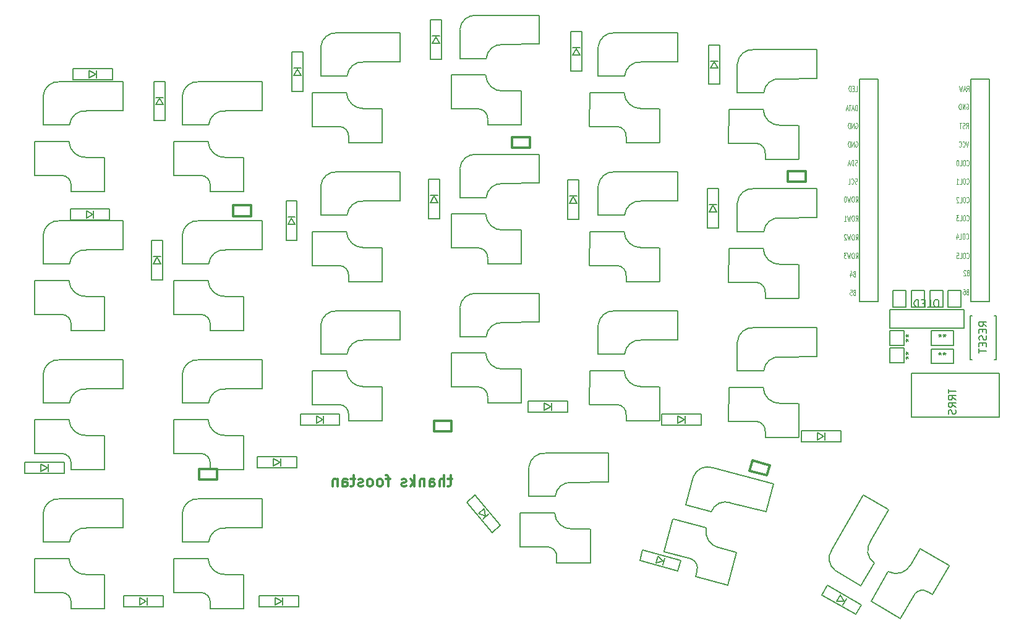
<source format=gbo>
%TF.GenerationSoftware,KiCad,Pcbnew,(5.1.6-0-10_14)*%
%TF.CreationDate,2020-07-07T23:00:58+09:00*%
%TF.ProjectId,corne-cherry,636f726e-652d-4636-9865-7272792e6b69,rev?*%
%TF.SameCoordinates,Original*%
%TF.FileFunction,Legend,Bot*%
%TF.FilePolarity,Positive*%
%FSLAX46Y46*%
G04 Gerber Fmt 4.6, Leading zero omitted, Abs format (unit mm)*
G04 Created by KiCad (PCBNEW (5.1.6-0-10_14)) date 2020-07-07 23:00:58*
%MOMM*%
%LPD*%
G01*
G04 APERTURE LIST*
%ADD10C,0.300000*%
%ADD11C,0.150000*%
%ADD12C,0.125000*%
G04 APERTURE END LIST*
D10*
X96285714Y-95478571D02*
X95714285Y-95478571D01*
X96071428Y-94978571D02*
X96071428Y-96264285D01*
X96000000Y-96407142D01*
X95857142Y-96478571D01*
X95714285Y-96478571D01*
X95214285Y-96478571D02*
X95214285Y-94978571D01*
X94571428Y-96478571D02*
X94571428Y-95692857D01*
X94642857Y-95550000D01*
X94785714Y-95478571D01*
X95000000Y-95478571D01*
X95142857Y-95550000D01*
X95214285Y-95621428D01*
X93214285Y-96478571D02*
X93214285Y-95692857D01*
X93285714Y-95550000D01*
X93428571Y-95478571D01*
X93714285Y-95478571D01*
X93857142Y-95550000D01*
X93214285Y-96407142D02*
X93357142Y-96478571D01*
X93714285Y-96478571D01*
X93857142Y-96407142D01*
X93928571Y-96264285D01*
X93928571Y-96121428D01*
X93857142Y-95978571D01*
X93714285Y-95907142D01*
X93357142Y-95907142D01*
X93214285Y-95835714D01*
X92500000Y-95478571D02*
X92500000Y-96478571D01*
X92500000Y-95621428D02*
X92428571Y-95550000D01*
X92285714Y-95478571D01*
X92071428Y-95478571D01*
X91928571Y-95550000D01*
X91857142Y-95692857D01*
X91857142Y-96478571D01*
X91142857Y-96478571D02*
X91142857Y-94978571D01*
X91000000Y-95907142D02*
X90571428Y-96478571D01*
X90571428Y-95478571D02*
X91142857Y-96050000D01*
X90000000Y-96407142D02*
X89857142Y-96478571D01*
X89571428Y-96478571D01*
X89428571Y-96407142D01*
X89357142Y-96264285D01*
X89357142Y-96192857D01*
X89428571Y-96050000D01*
X89571428Y-95978571D01*
X89785714Y-95978571D01*
X89928571Y-95907142D01*
X90000000Y-95764285D01*
X90000000Y-95692857D01*
X89928571Y-95550000D01*
X89785714Y-95478571D01*
X89571428Y-95478571D01*
X89428571Y-95550000D01*
X87785714Y-95478571D02*
X87214285Y-95478571D01*
X87571428Y-96478571D02*
X87571428Y-95192857D01*
X87500000Y-95050000D01*
X87357142Y-94978571D01*
X87214285Y-94978571D01*
X86500000Y-96478571D02*
X86642857Y-96407142D01*
X86714285Y-96335714D01*
X86785714Y-96192857D01*
X86785714Y-95764285D01*
X86714285Y-95621428D01*
X86642857Y-95550000D01*
X86500000Y-95478571D01*
X86285714Y-95478571D01*
X86142857Y-95550000D01*
X86071428Y-95621428D01*
X86000000Y-95764285D01*
X86000000Y-96192857D01*
X86071428Y-96335714D01*
X86142857Y-96407142D01*
X86285714Y-96478571D01*
X86500000Y-96478571D01*
X85142857Y-96478571D02*
X85285714Y-96407142D01*
X85357142Y-96335714D01*
X85428571Y-96192857D01*
X85428571Y-95764285D01*
X85357142Y-95621428D01*
X85285714Y-95550000D01*
X85142857Y-95478571D01*
X84928571Y-95478571D01*
X84785714Y-95550000D01*
X84714285Y-95621428D01*
X84642857Y-95764285D01*
X84642857Y-96192857D01*
X84714285Y-96335714D01*
X84785714Y-96407142D01*
X84928571Y-96478571D01*
X85142857Y-96478571D01*
X84071428Y-96407142D02*
X83928571Y-96478571D01*
X83642857Y-96478571D01*
X83500000Y-96407142D01*
X83428571Y-96264285D01*
X83428571Y-96192857D01*
X83500000Y-96050000D01*
X83642857Y-95978571D01*
X83857142Y-95978571D01*
X84000000Y-95907142D01*
X84071428Y-95764285D01*
X84071428Y-95692857D01*
X84000000Y-95550000D01*
X83857142Y-95478571D01*
X83642857Y-95478571D01*
X83500000Y-95550000D01*
X83000000Y-95478571D02*
X82428571Y-95478571D01*
X82785714Y-94978571D02*
X82785714Y-96264285D01*
X82714285Y-96407142D01*
X82571428Y-96478571D01*
X82428571Y-96478571D01*
X81285714Y-96478571D02*
X81285714Y-95692857D01*
X81357142Y-95550000D01*
X81500000Y-95478571D01*
X81785714Y-95478571D01*
X81928571Y-95550000D01*
X81285714Y-96407142D02*
X81428571Y-96478571D01*
X81785714Y-96478571D01*
X81928571Y-96407142D01*
X82000000Y-96264285D01*
X82000000Y-96121428D01*
X81928571Y-95978571D01*
X81785714Y-95907142D01*
X81428571Y-95907142D01*
X81285714Y-95835714D01*
X80571428Y-95478571D02*
X80571428Y-96478571D01*
X80571428Y-95621428D02*
X80500000Y-95550000D01*
X80357142Y-95478571D01*
X80142857Y-95478571D01*
X80000000Y-95550000D01*
X79928571Y-95692857D01*
X79928571Y-96478571D01*
D11*
%TO.C,SW9*%
X78300000Y-59304000D02*
X81910000Y-59304000D01*
X78300000Y-55350000D02*
X78300000Y-59295000D01*
X89200000Y-53396000D02*
X80575000Y-53396000D01*
X89200000Y-57304000D02*
X89200000Y-53396000D01*
X89200000Y-57350000D02*
X84150000Y-57396000D01*
X86675000Y-68425000D02*
X82125000Y-68425000D01*
X86675000Y-63775000D02*
X84125000Y-63775000D01*
X81825000Y-61575000D02*
X77125000Y-61575000D01*
X80900000Y-66225000D02*
X77125000Y-66225000D01*
X86700000Y-63800000D02*
X86700000Y-68400000D01*
X77125000Y-61600000D02*
X77100000Y-66200000D01*
X82120000Y-67700000D02*
X82120000Y-68400000D01*
X78311000Y-55280000D02*
G75*
G02*
X80575000Y-53396000I2074000J-190000D01*
G01*
X81915000Y-59280000D02*
G75*
G02*
X84175000Y-57400000I2070000J-190000D01*
G01*
X81830000Y-61600000D02*
G75*
G03*
X84200000Y-63770000I2270000J100000D01*
G01*
X82120000Y-67650000D02*
G75*
G03*
X80900000Y-66230000I-1320000J100000D01*
G01*
%TO.C,J1*%
X159200000Y-81000000D02*
X171200000Y-81000000D01*
X159200000Y-87000000D02*
X159200000Y-81000000D01*
X171200000Y-87000000D02*
X159200000Y-87000000D01*
X171200000Y-81000000D02*
X171200000Y-87000000D01*
%TO.C,J2*%
X156230000Y-72280000D02*
X166390000Y-72280000D01*
X166390000Y-72280000D02*
X166390000Y-74820000D01*
X166390000Y-74820000D02*
X156230000Y-74820000D01*
X156230000Y-74820000D02*
X156230000Y-72280000D01*
%TO.C,JP2*%
X165989000Y-69607000D02*
X164211000Y-69607000D01*
X165989000Y-71893000D02*
X165989000Y-69607000D01*
X164211000Y-71893000D02*
X165989000Y-71893000D01*
X164211000Y-69607000D02*
X164211000Y-71893000D01*
%TO.C,JP3*%
X161711000Y-69607000D02*
X161711000Y-71893000D01*
X161711000Y-71893000D02*
X163489000Y-71893000D01*
X163489000Y-71893000D02*
X163489000Y-69607000D01*
X163489000Y-69607000D02*
X161711000Y-69607000D01*
%TO.C,JP4*%
X160989000Y-69607000D02*
X159211000Y-69607000D01*
X160989000Y-71893000D02*
X160989000Y-69607000D01*
X159211000Y-71893000D02*
X160989000Y-71893000D01*
X159211000Y-69607000D02*
X159211000Y-71893000D01*
%TO.C,JP5*%
X156611000Y-69607000D02*
X156611000Y-71893000D01*
X156611000Y-71893000D02*
X158389000Y-71893000D01*
X158389000Y-71893000D02*
X158389000Y-69607000D01*
X158389000Y-69607000D02*
X156611000Y-69607000D01*
D10*
%TO.C,L22*%
X68730000Y-58000000D02*
X68730000Y-59450000D01*
X66280000Y-58000000D02*
X68700000Y-58000000D01*
X66280000Y-59450000D02*
X66280000Y-58000000D01*
X68730000Y-59450000D02*
X66280000Y-59450000D01*
%TO.C,L23*%
X106930000Y-50100000D02*
X104480000Y-50100000D01*
X104480000Y-50100000D02*
X104480000Y-48650000D01*
X104480000Y-48650000D02*
X106900000Y-48650000D01*
X106930000Y-48650000D02*
X106930000Y-50100000D01*
%TO.C,L24*%
X144730000Y-53300000D02*
X144730000Y-54750000D01*
X142280000Y-53300000D02*
X144700000Y-53300000D01*
X142280000Y-54750000D02*
X142280000Y-53300000D01*
X144730000Y-54750000D02*
X142280000Y-54750000D01*
%TO.C,L25*%
X61670000Y-94075000D02*
X64120000Y-94075000D01*
X64120000Y-94075000D02*
X64120000Y-95525000D01*
X64120000Y-95525000D02*
X61700000Y-95525000D01*
X61670000Y-95525000D02*
X61670000Y-94075000D01*
%TO.C,L26*%
X96230000Y-87475000D02*
X96230000Y-88925000D01*
X93780000Y-87475000D02*
X96200000Y-87475000D01*
X93780000Y-88925000D02*
X93780000Y-87475000D01*
X96230000Y-88925000D02*
X93780000Y-88925000D01*
%TO.C,L27*%
X139399015Y-94983231D02*
X137032497Y-94349124D01*
X137032497Y-94349124D02*
X137407784Y-92948532D01*
X137407784Y-92948532D02*
X139745325Y-93574874D01*
X139774303Y-93582638D02*
X139399015Y-94983231D01*
D11*
%TO.C,P1*%
X156200000Y-77150000D02*
X156200000Y-75150000D01*
X156200000Y-75150000D02*
X158200000Y-75150000D01*
X158200000Y-75150000D02*
X158200000Y-77150000D01*
X158200000Y-77150000D02*
X156200000Y-77150000D01*
%TO.C,P2*%
X158200000Y-79550000D02*
X156200000Y-79550000D01*
X158200000Y-77550000D02*
X158200000Y-79550000D01*
X156200000Y-77550000D02*
X158200000Y-77550000D01*
X156200000Y-79550000D02*
X156200000Y-77550000D01*
%TO.C,R1*%
X161900000Y-77150000D02*
X161900000Y-75150000D01*
X164900000Y-77150000D02*
X161900000Y-77150000D01*
X164900000Y-75150000D02*
X164900000Y-77150000D01*
X161900000Y-75150000D02*
X164900000Y-75150000D01*
%TO.C,R2*%
X161900000Y-77650000D02*
X164900000Y-77650000D01*
X164900000Y-77650000D02*
X164900000Y-79650000D01*
X164900000Y-79650000D02*
X161900000Y-79650000D01*
X161900000Y-79650000D02*
X161900000Y-77650000D01*
%TO.C,RSW1*%
X170500000Y-73150000D02*
X170750000Y-73150000D01*
X170750000Y-73150000D02*
X170750000Y-79150000D01*
X170750000Y-79150000D02*
X170500000Y-79150000D01*
X167500000Y-79150000D02*
X167250000Y-79150000D01*
X167250000Y-79150000D02*
X167250000Y-73150000D01*
X167250000Y-73150000D02*
X167500000Y-73150000D01*
%TO.C,SW1*%
X40300000Y-46954000D02*
X43910000Y-46954000D01*
X40300000Y-43000000D02*
X40300000Y-46945000D01*
X51200000Y-41046000D02*
X42575000Y-41046000D01*
X51200000Y-44954000D02*
X51200000Y-41046000D01*
X51200000Y-45000000D02*
X46150000Y-45046000D01*
X48675000Y-56075000D02*
X44125000Y-56075000D01*
X48675000Y-51425000D02*
X46125000Y-51425000D01*
X43825000Y-49225000D02*
X39125000Y-49225000D01*
X42900000Y-53875000D02*
X39125000Y-53875000D01*
X48700000Y-51450000D02*
X48700000Y-56050000D01*
X39125000Y-49250000D02*
X39100000Y-53850000D01*
X44120000Y-55350000D02*
X44120000Y-56050000D01*
X40311000Y-42930000D02*
G75*
G02*
X42575000Y-41046000I2074000J-190000D01*
G01*
X43915000Y-46930000D02*
G75*
G02*
X46175000Y-45050000I2070000J-190000D01*
G01*
X43830000Y-49250000D02*
G75*
G03*
X46200000Y-51420000I2270000J100000D01*
G01*
X44120000Y-55300000D02*
G75*
G03*
X42900000Y-53880000I-1320000J100000D01*
G01*
%TO.C,SW2*%
X63170000Y-55350000D02*
X63170000Y-56050000D01*
X58175000Y-49250000D02*
X58150000Y-53850000D01*
X67750000Y-51450000D02*
X67750000Y-56050000D01*
X61950000Y-53875000D02*
X58175000Y-53875000D01*
X62875000Y-49225000D02*
X58175000Y-49225000D01*
X67725000Y-51425000D02*
X65175000Y-51425000D01*
X67725000Y-56075000D02*
X63175000Y-56075000D01*
X70250000Y-45000000D02*
X65200000Y-45046000D01*
X70250000Y-44954000D02*
X70250000Y-41046000D01*
X70250000Y-41046000D02*
X61625000Y-41046000D01*
X59350000Y-43000000D02*
X59350000Y-46945000D01*
X59350000Y-46954000D02*
X62960000Y-46954000D01*
X63170000Y-55300000D02*
G75*
G03*
X61950000Y-53880000I-1320000J100000D01*
G01*
X62880000Y-49250000D02*
G75*
G03*
X65250000Y-51420000I2270000J100000D01*
G01*
X62965000Y-46930000D02*
G75*
G02*
X65225000Y-45050000I2070000J-190000D01*
G01*
X59361000Y-42930000D02*
G75*
G02*
X61625000Y-41046000I2074000J-190000D01*
G01*
%TO.C,SW3*%
X78300000Y-40254000D02*
X81910000Y-40254000D01*
X78300000Y-36300000D02*
X78300000Y-40245000D01*
X89200000Y-34346000D02*
X80575000Y-34346000D01*
X89200000Y-38254000D02*
X89200000Y-34346000D01*
X89200000Y-38300000D02*
X84150000Y-38346000D01*
X86675000Y-49375000D02*
X82125000Y-49375000D01*
X86675000Y-44725000D02*
X84125000Y-44725000D01*
X81825000Y-42525000D02*
X77125000Y-42525000D01*
X80900000Y-47175000D02*
X77125000Y-47175000D01*
X86700000Y-44750000D02*
X86700000Y-49350000D01*
X77125000Y-42550000D02*
X77100000Y-47150000D01*
X82120000Y-48650000D02*
X82120000Y-49350000D01*
X78311000Y-36230000D02*
G75*
G02*
X80575000Y-34346000I2074000J-190000D01*
G01*
X81915000Y-40230000D02*
G75*
G02*
X84175000Y-38350000I2070000J-190000D01*
G01*
X81830000Y-42550000D02*
G75*
G03*
X84200000Y-44720000I2270000J100000D01*
G01*
X82120000Y-48600000D02*
G75*
G03*
X80900000Y-47180000I-1320000J100000D01*
G01*
%TO.C,SW4*%
X101170000Y-46250000D02*
X101170000Y-46950000D01*
X96175000Y-40150000D02*
X96150000Y-44750000D01*
X105750000Y-42350000D02*
X105750000Y-46950000D01*
X99950000Y-44775000D02*
X96175000Y-44775000D01*
X100875000Y-40125000D02*
X96175000Y-40125000D01*
X105725000Y-42325000D02*
X103175000Y-42325000D01*
X105725000Y-46975000D02*
X101175000Y-46975000D01*
X108250000Y-35900000D02*
X103200000Y-35946000D01*
X108250000Y-35854000D02*
X108250000Y-31946000D01*
X108250000Y-31946000D02*
X99625000Y-31946000D01*
X97350000Y-33900000D02*
X97350000Y-37845000D01*
X97350000Y-37854000D02*
X100960000Y-37854000D01*
X101170000Y-46200000D02*
G75*
G03*
X99950000Y-44780000I-1320000J100000D01*
G01*
X100880000Y-40150000D02*
G75*
G03*
X103250000Y-42320000I2270000J100000D01*
G01*
X100965000Y-37830000D02*
G75*
G02*
X103225000Y-35950000I2070000J-190000D01*
G01*
X97361000Y-33830000D02*
G75*
G02*
X99625000Y-31946000I2074000J-190000D01*
G01*
%TO.C,SW5*%
X116300000Y-40254000D02*
X119910000Y-40254000D01*
X116300000Y-36300000D02*
X116300000Y-40245000D01*
X127200000Y-34346000D02*
X118575000Y-34346000D01*
X127200000Y-38254000D02*
X127200000Y-34346000D01*
X127200000Y-38300000D02*
X122150000Y-38346000D01*
X124675000Y-49375000D02*
X120125000Y-49375000D01*
X124675000Y-44725000D02*
X122125000Y-44725000D01*
X119825000Y-42525000D02*
X115125000Y-42525000D01*
X118900000Y-47175000D02*
X115125000Y-47175000D01*
X124700000Y-44750000D02*
X124700000Y-49350000D01*
X115125000Y-42550000D02*
X115100000Y-47150000D01*
X120120000Y-48650000D02*
X120120000Y-49350000D01*
X116311000Y-36230000D02*
G75*
G02*
X118575000Y-34346000I2074000J-190000D01*
G01*
X119915000Y-40230000D02*
G75*
G02*
X122175000Y-38350000I2070000J-190000D01*
G01*
X119830000Y-42550000D02*
G75*
G03*
X122200000Y-44720000I2270000J100000D01*
G01*
X120120000Y-48600000D02*
G75*
G03*
X118900000Y-47180000I-1320000J100000D01*
G01*
%TO.C,SW6*%
X139170000Y-50950000D02*
X139170000Y-51650000D01*
X134175000Y-44850000D02*
X134150000Y-49450000D01*
X143750000Y-47050000D02*
X143750000Y-51650000D01*
X137950000Y-49475000D02*
X134175000Y-49475000D01*
X138875000Y-44825000D02*
X134175000Y-44825000D01*
X143725000Y-47025000D02*
X141175000Y-47025000D01*
X143725000Y-51675000D02*
X139175000Y-51675000D01*
X146250000Y-40600000D02*
X141200000Y-40646000D01*
X146250000Y-40554000D02*
X146250000Y-36646000D01*
X146250000Y-36646000D02*
X137625000Y-36646000D01*
X135350000Y-38600000D02*
X135350000Y-42545000D01*
X135350000Y-42554000D02*
X138960000Y-42554000D01*
X139170000Y-50900000D02*
G75*
G03*
X137950000Y-49480000I-1320000J100000D01*
G01*
X138880000Y-44850000D02*
G75*
G03*
X141250000Y-47020000I2270000J100000D01*
G01*
X138965000Y-42530000D02*
G75*
G02*
X141225000Y-40650000I2070000J-190000D01*
G01*
X135361000Y-38530000D02*
G75*
G02*
X137625000Y-36646000I2074000J-190000D01*
G01*
%TO.C,SW7*%
X40300000Y-66004000D02*
X43910000Y-66004000D01*
X40300000Y-62050000D02*
X40300000Y-65995000D01*
X51200000Y-60096000D02*
X42575000Y-60096000D01*
X51200000Y-64004000D02*
X51200000Y-60096000D01*
X51200000Y-64050000D02*
X46150000Y-64096000D01*
X48675000Y-75125000D02*
X44125000Y-75125000D01*
X48675000Y-70475000D02*
X46125000Y-70475000D01*
X43825000Y-68275000D02*
X39125000Y-68275000D01*
X42900000Y-72925000D02*
X39125000Y-72925000D01*
X48700000Y-70500000D02*
X48700000Y-75100000D01*
X39125000Y-68300000D02*
X39100000Y-72900000D01*
X44120000Y-74400000D02*
X44120000Y-75100000D01*
X40311000Y-61980000D02*
G75*
G02*
X42575000Y-60096000I2074000J-190000D01*
G01*
X43915000Y-65980000D02*
G75*
G02*
X46175000Y-64100000I2070000J-190000D01*
G01*
X43830000Y-68300000D02*
G75*
G03*
X46200000Y-70470000I2270000J100000D01*
G01*
X44120000Y-74350000D02*
G75*
G03*
X42900000Y-72930000I-1320000J100000D01*
G01*
%TO.C,SW8*%
X63170000Y-74400000D02*
X63170000Y-75100000D01*
X58175000Y-68300000D02*
X58150000Y-72900000D01*
X67750000Y-70500000D02*
X67750000Y-75100000D01*
X61950000Y-72925000D02*
X58175000Y-72925000D01*
X62875000Y-68275000D02*
X58175000Y-68275000D01*
X67725000Y-70475000D02*
X65175000Y-70475000D01*
X67725000Y-75125000D02*
X63175000Y-75125000D01*
X70250000Y-64050000D02*
X65200000Y-64096000D01*
X70250000Y-64004000D02*
X70250000Y-60096000D01*
X70250000Y-60096000D02*
X61625000Y-60096000D01*
X59350000Y-62050000D02*
X59350000Y-65995000D01*
X59350000Y-66004000D02*
X62960000Y-66004000D01*
X63170000Y-74350000D02*
G75*
G03*
X61950000Y-72930000I-1320000J100000D01*
G01*
X62880000Y-68300000D02*
G75*
G03*
X65250000Y-70470000I2270000J100000D01*
G01*
X62965000Y-65980000D02*
G75*
G02*
X65225000Y-64100000I2070000J-190000D01*
G01*
X59361000Y-61980000D02*
G75*
G02*
X61625000Y-60096000I2074000J-190000D01*
G01*
%TO.C,SW10*%
X101170000Y-65300000D02*
X101170000Y-66000000D01*
X96175000Y-59200000D02*
X96150000Y-63800000D01*
X105750000Y-61400000D02*
X105750000Y-66000000D01*
X99950000Y-63825000D02*
X96175000Y-63825000D01*
X100875000Y-59175000D02*
X96175000Y-59175000D01*
X105725000Y-61375000D02*
X103175000Y-61375000D01*
X105725000Y-66025000D02*
X101175000Y-66025000D01*
X108250000Y-54950000D02*
X103200000Y-54996000D01*
X108250000Y-54904000D02*
X108250000Y-50996000D01*
X108250000Y-50996000D02*
X99625000Y-50996000D01*
X97350000Y-52950000D02*
X97350000Y-56895000D01*
X97350000Y-56904000D02*
X100960000Y-56904000D01*
X101170000Y-65250000D02*
G75*
G03*
X99950000Y-63830000I-1320000J100000D01*
G01*
X100880000Y-59200000D02*
G75*
G03*
X103250000Y-61370000I2270000J100000D01*
G01*
X100965000Y-56880000D02*
G75*
G02*
X103225000Y-55000000I2070000J-190000D01*
G01*
X97361000Y-52880000D02*
G75*
G02*
X99625000Y-50996000I2074000J-190000D01*
G01*
%TO.C,SW11*%
X116300000Y-59304000D02*
X119910000Y-59304000D01*
X116300000Y-55350000D02*
X116300000Y-59295000D01*
X127200000Y-53396000D02*
X118575000Y-53396000D01*
X127200000Y-57304000D02*
X127200000Y-53396000D01*
X127200000Y-57350000D02*
X122150000Y-57396000D01*
X124675000Y-68425000D02*
X120125000Y-68425000D01*
X124675000Y-63775000D02*
X122125000Y-63775000D01*
X119825000Y-61575000D02*
X115125000Y-61575000D01*
X118900000Y-66225000D02*
X115125000Y-66225000D01*
X124700000Y-63800000D02*
X124700000Y-68400000D01*
X115125000Y-61600000D02*
X115100000Y-66200000D01*
X120120000Y-67700000D02*
X120120000Y-68400000D01*
X116311000Y-55280000D02*
G75*
G02*
X118575000Y-53396000I2074000J-190000D01*
G01*
X119915000Y-59280000D02*
G75*
G02*
X122175000Y-57400000I2070000J-190000D01*
G01*
X119830000Y-61600000D02*
G75*
G03*
X122200000Y-63770000I2270000J100000D01*
G01*
X120120000Y-67650000D02*
G75*
G03*
X118900000Y-66230000I-1320000J100000D01*
G01*
%TO.C,SW12*%
X139170000Y-70000000D02*
X139170000Y-70700000D01*
X134175000Y-63900000D02*
X134150000Y-68500000D01*
X143750000Y-66100000D02*
X143750000Y-70700000D01*
X137950000Y-68525000D02*
X134175000Y-68525000D01*
X138875000Y-63875000D02*
X134175000Y-63875000D01*
X143725000Y-66075000D02*
X141175000Y-66075000D01*
X143725000Y-70725000D02*
X139175000Y-70725000D01*
X146250000Y-59650000D02*
X141200000Y-59696000D01*
X146250000Y-59604000D02*
X146250000Y-55696000D01*
X146250000Y-55696000D02*
X137625000Y-55696000D01*
X135350000Y-57650000D02*
X135350000Y-61595000D01*
X135350000Y-61604000D02*
X138960000Y-61604000D01*
X139170000Y-69950000D02*
G75*
G03*
X137950000Y-68530000I-1320000J100000D01*
G01*
X138880000Y-63900000D02*
G75*
G03*
X141250000Y-66070000I2270000J100000D01*
G01*
X138965000Y-61580000D02*
G75*
G02*
X141225000Y-59700000I2070000J-190000D01*
G01*
X135361000Y-57580000D02*
G75*
G02*
X137625000Y-55696000I2074000J-190000D01*
G01*
%TO.C,SW13*%
X40300000Y-85054000D02*
X43910000Y-85054000D01*
X40300000Y-81100000D02*
X40300000Y-85045000D01*
X51200000Y-79146000D02*
X42575000Y-79146000D01*
X51200000Y-83054000D02*
X51200000Y-79146000D01*
X51200000Y-83100000D02*
X46150000Y-83146000D01*
X48675000Y-94175000D02*
X44125000Y-94175000D01*
X48675000Y-89525000D02*
X46125000Y-89525000D01*
X43825000Y-87325000D02*
X39125000Y-87325000D01*
X42900000Y-91975000D02*
X39125000Y-91975000D01*
X48700000Y-89550000D02*
X48700000Y-94150000D01*
X39125000Y-87350000D02*
X39100000Y-91950000D01*
X44120000Y-93450000D02*
X44120000Y-94150000D01*
X40311000Y-81030000D02*
G75*
G02*
X42575000Y-79146000I2074000J-190000D01*
G01*
X43915000Y-85030000D02*
G75*
G02*
X46175000Y-83150000I2070000J-190000D01*
G01*
X43830000Y-87350000D02*
G75*
G03*
X46200000Y-89520000I2270000J100000D01*
G01*
X44120000Y-93400000D02*
G75*
G03*
X42900000Y-91980000I-1320000J100000D01*
G01*
%TO.C,SW14*%
X63170000Y-93450000D02*
X63170000Y-94150000D01*
X58175000Y-87350000D02*
X58150000Y-91950000D01*
X67750000Y-89550000D02*
X67750000Y-94150000D01*
X61950000Y-91975000D02*
X58175000Y-91975000D01*
X62875000Y-87325000D02*
X58175000Y-87325000D01*
X67725000Y-89525000D02*
X65175000Y-89525000D01*
X67725000Y-94175000D02*
X63175000Y-94175000D01*
X70250000Y-83100000D02*
X65200000Y-83146000D01*
X70250000Y-83054000D02*
X70250000Y-79146000D01*
X70250000Y-79146000D02*
X61625000Y-79146000D01*
X59350000Y-81100000D02*
X59350000Y-85045000D01*
X59350000Y-85054000D02*
X62960000Y-85054000D01*
X63170000Y-93400000D02*
G75*
G03*
X61950000Y-91980000I-1320000J100000D01*
G01*
X62880000Y-87350000D02*
G75*
G03*
X65250000Y-89520000I2270000J100000D01*
G01*
X62965000Y-85030000D02*
G75*
G02*
X65225000Y-83150000I2070000J-190000D01*
G01*
X59361000Y-81030000D02*
G75*
G02*
X61625000Y-79146000I2074000J-190000D01*
G01*
%TO.C,SW15*%
X78300000Y-78354000D02*
X81910000Y-78354000D01*
X78300000Y-74400000D02*
X78300000Y-78345000D01*
X89200000Y-72446000D02*
X80575000Y-72446000D01*
X89200000Y-76354000D02*
X89200000Y-72446000D01*
X89200000Y-76400000D02*
X84150000Y-76446000D01*
X86675000Y-87475000D02*
X82125000Y-87475000D01*
X86675000Y-82825000D02*
X84125000Y-82825000D01*
X81825000Y-80625000D02*
X77125000Y-80625000D01*
X80900000Y-85275000D02*
X77125000Y-85275000D01*
X86700000Y-82850000D02*
X86700000Y-87450000D01*
X77125000Y-80650000D02*
X77100000Y-85250000D01*
X82120000Y-86750000D02*
X82120000Y-87450000D01*
X78311000Y-74330000D02*
G75*
G02*
X80575000Y-72446000I2074000J-190000D01*
G01*
X81915000Y-78330000D02*
G75*
G02*
X84175000Y-76450000I2070000J-190000D01*
G01*
X81830000Y-80650000D02*
G75*
G03*
X84200000Y-82820000I2270000J100000D01*
G01*
X82120000Y-86700000D02*
G75*
G03*
X80900000Y-85280000I-1320000J100000D01*
G01*
%TO.C,SW16*%
X101170000Y-84350000D02*
X101170000Y-85050000D01*
X96175000Y-78250000D02*
X96150000Y-82850000D01*
X105750000Y-80450000D02*
X105750000Y-85050000D01*
X99950000Y-82875000D02*
X96175000Y-82875000D01*
X100875000Y-78225000D02*
X96175000Y-78225000D01*
X105725000Y-80425000D02*
X103175000Y-80425000D01*
X105725000Y-85075000D02*
X101175000Y-85075000D01*
X108250000Y-74000000D02*
X103200000Y-74046000D01*
X108250000Y-73954000D02*
X108250000Y-70046000D01*
X108250000Y-70046000D02*
X99625000Y-70046000D01*
X97350000Y-72000000D02*
X97350000Y-75945000D01*
X97350000Y-75954000D02*
X100960000Y-75954000D01*
X101170000Y-84300000D02*
G75*
G03*
X99950000Y-82880000I-1320000J100000D01*
G01*
X100880000Y-78250000D02*
G75*
G03*
X103250000Y-80420000I2270000J100000D01*
G01*
X100965000Y-75930000D02*
G75*
G02*
X103225000Y-74050000I2070000J-190000D01*
G01*
X97361000Y-71930000D02*
G75*
G02*
X99625000Y-70046000I2074000J-190000D01*
G01*
%TO.C,SW17*%
X116300000Y-78354000D02*
X119910000Y-78354000D01*
X116300000Y-74400000D02*
X116300000Y-78345000D01*
X127200000Y-72446000D02*
X118575000Y-72446000D01*
X127200000Y-76354000D02*
X127200000Y-72446000D01*
X127200000Y-76400000D02*
X122150000Y-76446000D01*
X124675000Y-87475000D02*
X120125000Y-87475000D01*
X124675000Y-82825000D02*
X122125000Y-82825000D01*
X119825000Y-80625000D02*
X115125000Y-80625000D01*
X118900000Y-85275000D02*
X115125000Y-85275000D01*
X124700000Y-82850000D02*
X124700000Y-87450000D01*
X115125000Y-80650000D02*
X115100000Y-85250000D01*
X120120000Y-86750000D02*
X120120000Y-87450000D01*
X116311000Y-74330000D02*
G75*
G02*
X118575000Y-72446000I2074000J-190000D01*
G01*
X119915000Y-78330000D02*
G75*
G02*
X122175000Y-76450000I2070000J-190000D01*
G01*
X119830000Y-80650000D02*
G75*
G03*
X122200000Y-82820000I2270000J100000D01*
G01*
X120120000Y-86700000D02*
G75*
G03*
X118900000Y-85280000I-1320000J100000D01*
G01*
%TO.C,SW18*%
X139170000Y-89050000D02*
X139170000Y-89750000D01*
X134175000Y-82950000D02*
X134150000Y-87550000D01*
X143750000Y-85150000D02*
X143750000Y-89750000D01*
X137950000Y-87575000D02*
X134175000Y-87575000D01*
X138875000Y-82925000D02*
X134175000Y-82925000D01*
X143725000Y-85125000D02*
X141175000Y-85125000D01*
X143725000Y-89775000D02*
X139175000Y-89775000D01*
X146250000Y-78700000D02*
X141200000Y-78746000D01*
X146250000Y-78654000D02*
X146250000Y-74746000D01*
X146250000Y-74746000D02*
X137625000Y-74746000D01*
X135350000Y-76700000D02*
X135350000Y-80645000D01*
X135350000Y-80654000D02*
X138960000Y-80654000D01*
X139170000Y-89000000D02*
G75*
G03*
X137950000Y-87580000I-1320000J100000D01*
G01*
X138880000Y-82950000D02*
G75*
G03*
X141250000Y-85120000I2270000J100000D01*
G01*
X138965000Y-80630000D02*
G75*
G02*
X141225000Y-78750000I2070000J-190000D01*
G01*
X135361000Y-76630000D02*
G75*
G02*
X137625000Y-74746000I2074000J-190000D01*
G01*
%TO.C,SW19*%
X40300000Y-104104000D02*
X43910000Y-104104000D01*
X40300000Y-100150000D02*
X40300000Y-104095000D01*
X51200000Y-98196000D02*
X42575000Y-98196000D01*
X51200000Y-102104000D02*
X51200000Y-98196000D01*
X51200000Y-102150000D02*
X46150000Y-102196000D01*
X48675000Y-113225000D02*
X44125000Y-113225000D01*
X48675000Y-108575000D02*
X46125000Y-108575000D01*
X43825000Y-106375000D02*
X39125000Y-106375000D01*
X42900000Y-111025000D02*
X39125000Y-111025000D01*
X48700000Y-108600000D02*
X48700000Y-113200000D01*
X39125000Y-106400000D02*
X39100000Y-111000000D01*
X44120000Y-112500000D02*
X44120000Y-113200000D01*
X40311000Y-100080000D02*
G75*
G02*
X42575000Y-98196000I2074000J-190000D01*
G01*
X43915000Y-104080000D02*
G75*
G02*
X46175000Y-102200000I2070000J-190000D01*
G01*
X43830000Y-106400000D02*
G75*
G03*
X46200000Y-108570000I2270000J100000D01*
G01*
X44120000Y-112450000D02*
G75*
G03*
X42900000Y-111030000I-1320000J100000D01*
G01*
%TO.C,SW20*%
X63170000Y-112500000D02*
X63170000Y-113200000D01*
X58175000Y-106400000D02*
X58150000Y-111000000D01*
X67750000Y-108600000D02*
X67750000Y-113200000D01*
X61950000Y-111025000D02*
X58175000Y-111025000D01*
X62875000Y-106375000D02*
X58175000Y-106375000D01*
X67725000Y-108575000D02*
X65175000Y-108575000D01*
X67725000Y-113225000D02*
X63175000Y-113225000D01*
X70250000Y-102150000D02*
X65200000Y-102196000D01*
X70250000Y-102104000D02*
X70250000Y-98196000D01*
X70250000Y-98196000D02*
X61625000Y-98196000D01*
X59350000Y-100150000D02*
X59350000Y-104095000D01*
X59350000Y-104104000D02*
X62960000Y-104104000D01*
X63170000Y-112450000D02*
G75*
G03*
X61950000Y-111030000I-1320000J100000D01*
G01*
X62880000Y-106400000D02*
G75*
G03*
X65250000Y-108570000I2270000J100000D01*
G01*
X62965000Y-104080000D02*
G75*
G02*
X65225000Y-102200000I2070000J-190000D01*
G01*
X59361000Y-100080000D02*
G75*
G02*
X61625000Y-98196000I2074000J-190000D01*
G01*
%TO.C,SW21*%
X106800000Y-97854000D02*
X110410000Y-97854000D01*
X106800000Y-93900000D02*
X106800000Y-97845000D01*
X117700000Y-91946000D02*
X109075000Y-91946000D01*
X117700000Y-95854000D02*
X117700000Y-91946000D01*
X117700000Y-95900000D02*
X112650000Y-95946000D01*
X115175000Y-106975000D02*
X110625000Y-106975000D01*
X115175000Y-102325000D02*
X112625000Y-102325000D01*
X110325000Y-100125000D02*
X105625000Y-100125000D01*
X109400000Y-104775000D02*
X105625000Y-104775000D01*
X115200000Y-102350000D02*
X115200000Y-106950000D01*
X105625000Y-100150000D02*
X105600000Y-104750000D01*
X110620000Y-106250000D02*
X110620000Y-106950000D01*
X106811000Y-93830000D02*
G75*
G02*
X109075000Y-91946000I2074000J-190000D01*
G01*
X110415000Y-97830000D02*
G75*
G02*
X112675000Y-95950000I2070000J-190000D01*
G01*
X110330000Y-100150000D02*
G75*
G03*
X112700000Y-102320000I2270000J100000D01*
G01*
X110620000Y-106200000D02*
G75*
G03*
X109400000Y-104780000I-1320000J100000D01*
G01*
%TO.C,SW22*%
X129788294Y-108153839D02*
X129607121Y-108829987D01*
X126542291Y-100968891D02*
X125327575Y-105405679D01*
X135221629Y-105572120D02*
X134031061Y-110015379D01*
X128991623Y-106413339D02*
X125345253Y-105436298D01*
X131088613Y-102161192D02*
X126548761Y-100944742D01*
X135203951Y-105541501D02*
X132740840Y-104881513D01*
X134000443Y-110033056D02*
X129605480Y-108855430D01*
X139305826Y-99988946D02*
X134415995Y-98726342D01*
X139317732Y-99944513D02*
X140329197Y-96169675D01*
X140329197Y-96169675D02*
X131998086Y-93937361D01*
X129294873Y-95235967D02*
X128273832Y-99046544D01*
X128271502Y-99055237D02*
X131758495Y-99989574D01*
X129801235Y-108105543D02*
G75*
G03*
X128990329Y-106418169I-1249140J438234D01*
G01*
X131086972Y-102186635D02*
G75*
G03*
X132814579Y-104896094I2218533J-490926D01*
G01*
X131769536Y-99967686D02*
G75*
G02*
X134439108Y-98736676I1950291J-719281D01*
G01*
X129323616Y-95171199D02*
G75*
G02*
X131998086Y-93937361I1954154J-720316D01*
G01*
%TO.C,SW23*%
X152274041Y-110084755D02*
X154079041Y-106958403D01*
X148849777Y-108107755D02*
X152266247Y-110080255D01*
X152607563Y-97691078D02*
X148295063Y-105160547D01*
X155991990Y-99645078D02*
X152607563Y-97691078D01*
X156031828Y-99668078D02*
X153546665Y-104064506D01*
X164360559Y-107392292D02*
X162085559Y-111332708D01*
X160333541Y-105067292D02*
X159058541Y-107275657D01*
X156003285Y-108167515D02*
X153653285Y-112237835D01*
X159567803Y-111293589D02*
X157680303Y-114562835D01*
X160367691Y-105058142D02*
X164351408Y-107358142D01*
X153674936Y-112250335D02*
X157646152Y-114571985D01*
X161455191Y-110974538D02*
X162061408Y-111324538D01*
X148794655Y-108063229D02*
G75*
G02*
X148295063Y-105160547I1201545J1701137D01*
G01*
X154060756Y-106942073D02*
G75*
G02*
X153562629Y-104044856I1199545J1697672D01*
G01*
X156027436Y-108175686D02*
G75*
G03*
X159091711Y-107208205I1048397J2015878D01*
G01*
X161411889Y-110949537D02*
G75*
G03*
X159572133Y-111296089I-746602J-1093154D01*
G01*
%TO.C,U1*%
X152040000Y-71152000D02*
X152040000Y-40672000D01*
X154580000Y-71152000D02*
X152040000Y-71152000D01*
X154580000Y-40672000D02*
X154580000Y-71152000D01*
X152040000Y-40672000D02*
X154580000Y-40672000D01*
X167280000Y-71152000D02*
X167280000Y-40672000D01*
X169820000Y-71152000D02*
X167280000Y-71152000D01*
X169820000Y-40672000D02*
X169820000Y-71152000D01*
X167280000Y-40672000D02*
X169820000Y-40672000D01*
%TO.C,D1*%
X47600000Y-40500000D02*
X47600000Y-39500000D01*
X47500000Y-40000000D02*
X46600000Y-40500000D01*
X46600000Y-40500000D02*
X46600000Y-39500000D01*
X46600000Y-39500000D02*
X47500000Y-40000000D01*
X44400000Y-40750000D02*
X49800000Y-40750000D01*
X49800000Y-40750000D02*
X49800000Y-39250000D01*
X49800000Y-39250000D02*
X44400000Y-39250000D01*
X44400000Y-39250000D02*
X44400000Y-40750000D01*
%TO.C,D2*%
X55450000Y-46400000D02*
X56950000Y-46400000D01*
X55450000Y-41000000D02*
X55450000Y-46400000D01*
X56950000Y-41000000D02*
X55450000Y-41000000D01*
X56950000Y-46400000D02*
X56950000Y-41000000D01*
X55700000Y-44200000D02*
X56200000Y-43300000D01*
X56700000Y-44200000D02*
X55700000Y-44200000D01*
X56200000Y-43300000D02*
X56700000Y-44200000D01*
X56700000Y-43200000D02*
X55700000Y-43200000D01*
%TO.C,D3*%
X75600000Y-39200000D02*
X74600000Y-39200000D01*
X75100000Y-39300000D02*
X75600000Y-40200000D01*
X75600000Y-40200000D02*
X74600000Y-40200000D01*
X74600000Y-40200000D02*
X75100000Y-39300000D01*
X75850000Y-42400000D02*
X75850000Y-37000000D01*
X75850000Y-37000000D02*
X74350000Y-37000000D01*
X74350000Y-37000000D02*
X74350000Y-42400000D01*
X74350000Y-42400000D02*
X75850000Y-42400000D01*
%TO.C,D4*%
X93350000Y-38000000D02*
X94850000Y-38000000D01*
X93350000Y-32600000D02*
X93350000Y-38000000D01*
X94850000Y-32600000D02*
X93350000Y-32600000D01*
X94850000Y-38000000D02*
X94850000Y-32600000D01*
X93600000Y-35800000D02*
X94100000Y-34900000D01*
X94600000Y-35800000D02*
X93600000Y-35800000D01*
X94100000Y-34900000D02*
X94600000Y-35800000D01*
X94600000Y-34800000D02*
X93600000Y-34800000D01*
%TO.C,D5*%
X113800000Y-36400000D02*
X112800000Y-36400000D01*
X113300000Y-36500000D02*
X113800000Y-37400000D01*
X113800000Y-37400000D02*
X112800000Y-37400000D01*
X112800000Y-37400000D02*
X113300000Y-36500000D01*
X114050000Y-39600000D02*
X114050000Y-34200000D01*
X114050000Y-34200000D02*
X112550000Y-34200000D01*
X112550000Y-34200000D02*
X112550000Y-39600000D01*
X112550000Y-39600000D02*
X114050000Y-39600000D01*
%TO.C,D6*%
X131450000Y-41400000D02*
X132950000Y-41400000D01*
X131450000Y-36000000D02*
X131450000Y-41400000D01*
X132950000Y-36000000D02*
X131450000Y-36000000D01*
X132950000Y-41400000D02*
X132950000Y-36000000D01*
X131700000Y-39200000D02*
X132200000Y-38300000D01*
X132700000Y-39200000D02*
X131700000Y-39200000D01*
X132200000Y-38300000D02*
X132700000Y-39200000D01*
X132700000Y-38200000D02*
X131700000Y-38200000D01*
%TO.C,D7*%
X47200000Y-59700000D02*
X47200000Y-58700000D01*
X47100000Y-59200000D02*
X46200000Y-59700000D01*
X46200000Y-59700000D02*
X46200000Y-58700000D01*
X46200000Y-58700000D02*
X47100000Y-59200000D01*
X44000000Y-59950000D02*
X49400000Y-59950000D01*
X49400000Y-59950000D02*
X49400000Y-58450000D01*
X49400000Y-58450000D02*
X44000000Y-58450000D01*
X44000000Y-58450000D02*
X44000000Y-59950000D01*
%TO.C,D8*%
X55150000Y-68200000D02*
X56650000Y-68200000D01*
X55150000Y-62800000D02*
X55150000Y-68200000D01*
X56650000Y-62800000D02*
X55150000Y-62800000D01*
X56650000Y-68200000D02*
X56650000Y-62800000D01*
X55400000Y-66000000D02*
X55900000Y-65100000D01*
X56400000Y-66000000D02*
X55400000Y-66000000D01*
X55900000Y-65100000D02*
X56400000Y-66000000D01*
X56400000Y-65000000D02*
X55400000Y-65000000D01*
%TO.C,D9*%
X73550000Y-62800000D02*
X75050000Y-62800000D01*
X73550000Y-57400000D02*
X73550000Y-62800000D01*
X75050000Y-57400000D02*
X73550000Y-57400000D01*
X75050000Y-62800000D02*
X75050000Y-57400000D01*
X73800000Y-60600000D02*
X74300000Y-59700000D01*
X74800000Y-60600000D02*
X73800000Y-60600000D01*
X74300000Y-59700000D02*
X74800000Y-60600000D01*
X74800000Y-59600000D02*
X73800000Y-59600000D01*
%TO.C,D10*%
X94300000Y-56600000D02*
X93300000Y-56600000D01*
X93800000Y-56700000D02*
X94300000Y-57600000D01*
X94300000Y-57600000D02*
X93300000Y-57600000D01*
X93300000Y-57600000D02*
X93800000Y-56700000D01*
X94550000Y-59800000D02*
X94550000Y-54400000D01*
X94550000Y-54400000D02*
X93050000Y-54400000D01*
X93050000Y-54400000D02*
X93050000Y-59800000D01*
X93050000Y-59800000D02*
X94550000Y-59800000D01*
%TO.C,D11*%
X112150000Y-59900000D02*
X113650000Y-59900000D01*
X112150000Y-54500000D02*
X112150000Y-59900000D01*
X113650000Y-54500000D02*
X112150000Y-54500000D01*
X113650000Y-59900000D02*
X113650000Y-54500000D01*
X112400000Y-57700000D02*
X112900000Y-56800000D01*
X113400000Y-57700000D02*
X112400000Y-57700000D01*
X112900000Y-56800000D02*
X113400000Y-57700000D01*
X113400000Y-56700000D02*
X112400000Y-56700000D01*
%TO.C,D12*%
X131250000Y-61050000D02*
X132750000Y-61050000D01*
X131250000Y-55650000D02*
X131250000Y-61050000D01*
X132750000Y-55650000D02*
X131250000Y-55650000D01*
X132750000Y-61050000D02*
X132750000Y-55650000D01*
X131500000Y-58850000D02*
X132000000Y-57950000D01*
X132500000Y-58850000D02*
X131500000Y-58850000D01*
X132000000Y-57950000D02*
X132500000Y-58850000D01*
X132500000Y-57850000D02*
X131500000Y-57850000D01*
%TO.C,D13*%
X41000000Y-94450000D02*
X41000000Y-93450000D01*
X40900000Y-93950000D02*
X40000000Y-94450000D01*
X40000000Y-94450000D02*
X40000000Y-93450000D01*
X40000000Y-93450000D02*
X40900000Y-93950000D01*
X37800000Y-94700000D02*
X43200000Y-94700000D01*
X43200000Y-94700000D02*
X43200000Y-93200000D01*
X43200000Y-93200000D02*
X37800000Y-93200000D01*
X37800000Y-93200000D02*
X37800000Y-94700000D01*
%TO.C,D14*%
X69600000Y-92400000D02*
X69600000Y-93900000D01*
X75000000Y-92400000D02*
X69600000Y-92400000D01*
X75000000Y-93900000D02*
X75000000Y-92400000D01*
X69600000Y-93900000D02*
X75000000Y-93900000D01*
X71800000Y-92650000D02*
X72700000Y-93150000D01*
X71800000Y-93650000D02*
X71800000Y-92650000D01*
X72700000Y-93150000D02*
X71800000Y-93650000D01*
X72800000Y-93650000D02*
X72800000Y-92650000D01*
%TO.C,D15*%
X78700000Y-87850000D02*
X78700000Y-86850000D01*
X78600000Y-87350000D02*
X77700000Y-87850000D01*
X77700000Y-87850000D02*
X77700000Y-86850000D01*
X77700000Y-86850000D02*
X78600000Y-87350000D01*
X75500000Y-88100000D02*
X80900000Y-88100000D01*
X80900000Y-88100000D02*
X80900000Y-86600000D01*
X80900000Y-86600000D02*
X75500000Y-86600000D01*
X75500000Y-86600000D02*
X75500000Y-88100000D01*
%TO.C,D16*%
X106700000Y-84800000D02*
X106700000Y-86300000D01*
X112100000Y-84800000D02*
X106700000Y-84800000D01*
X112100000Y-86300000D02*
X112100000Y-84800000D01*
X106700000Y-86300000D02*
X112100000Y-86300000D01*
X108900000Y-85050000D02*
X109800000Y-85550000D01*
X108900000Y-86050000D02*
X108900000Y-85050000D01*
X109800000Y-85550000D02*
X108900000Y-86050000D01*
X109900000Y-86050000D02*
X109900000Y-85050000D01*
%TO.C,D17*%
X128200000Y-87850000D02*
X128200000Y-86850000D01*
X128100000Y-87350000D02*
X127200000Y-87850000D01*
X127200000Y-87850000D02*
X127200000Y-86850000D01*
X127200000Y-86850000D02*
X128100000Y-87350000D01*
X125000000Y-88100000D02*
X130400000Y-88100000D01*
X130400000Y-88100000D02*
X130400000Y-86600000D01*
X130400000Y-86600000D02*
X125000000Y-86600000D01*
X125000000Y-86600000D02*
X125000000Y-88100000D01*
%TO.C,D18*%
X144100000Y-88900000D02*
X144100000Y-90400000D01*
X149500000Y-88900000D02*
X144100000Y-88900000D01*
X149500000Y-90400000D02*
X149500000Y-88900000D01*
X144100000Y-90400000D02*
X149500000Y-90400000D01*
X146300000Y-89150000D02*
X147200000Y-89650000D01*
X146300000Y-90150000D02*
X146300000Y-89150000D01*
X147200000Y-89650000D02*
X146300000Y-90150000D01*
X147300000Y-90150000D02*
X147300000Y-89150000D01*
%TO.C,D19*%
X54500000Y-112750000D02*
X54500000Y-111750000D01*
X54400000Y-112250000D02*
X53500000Y-112750000D01*
X53500000Y-112750000D02*
X53500000Y-111750000D01*
X53500000Y-111750000D02*
X54400000Y-112250000D01*
X51300000Y-113000000D02*
X56700000Y-113000000D01*
X56700000Y-113000000D02*
X56700000Y-111500000D01*
X56700000Y-111500000D02*
X51300000Y-111500000D01*
X51300000Y-111500000D02*
X51300000Y-113000000D01*
%TO.C,D20*%
X69900000Y-111500000D02*
X69900000Y-113000000D01*
X75300000Y-111500000D02*
X69900000Y-111500000D01*
X75300000Y-113000000D02*
X75300000Y-111500000D01*
X69900000Y-113000000D02*
X75300000Y-113000000D01*
X72100000Y-111750000D02*
X73000000Y-112250000D01*
X72100000Y-112750000D02*
X72100000Y-111750000D01*
X73000000Y-112250000D02*
X72100000Y-112750000D01*
X73100000Y-112750000D02*
X73100000Y-111750000D01*
%TO.C,D21*%
X100538372Y-100954416D02*
X101304416Y-100311628D01*
X100857115Y-100556418D02*
X99895584Y-100188372D01*
X99895584Y-100188372D02*
X100661628Y-99545584D01*
X100661628Y-99545584D02*
X100857115Y-100556418D01*
X98289940Y-98663771D02*
X101760993Y-102800411D01*
X101760993Y-102800411D02*
X102910060Y-101836229D01*
X102910060Y-101836229D02*
X99439007Y-97699589D01*
X99439007Y-97699589D02*
X98289940Y-98663771D01*
%TO.C,D22*%
X149783013Y-112733013D02*
X150283013Y-111866987D01*
X149946410Y-112250000D02*
X148916987Y-112233013D01*
X148916987Y-112233013D02*
X149416987Y-111366987D01*
X149416987Y-111366987D02*
X149946410Y-112250000D01*
X146886731Y-111349519D02*
X151563269Y-114049519D01*
X151563269Y-114049519D02*
X152313269Y-112750481D01*
X152313269Y-112750481D02*
X147636731Y-110050481D01*
X147636731Y-110050481D02*
X146886731Y-111349519D01*
%TO.C,D23*%
X122386115Y-105226744D02*
X121997886Y-106675633D01*
X127602114Y-106624367D02*
X122386115Y-105226744D01*
X127213885Y-108073256D02*
X127602114Y-106624367D01*
X121997886Y-106675633D02*
X127213885Y-108073256D01*
X124446447Y-106037628D02*
X125186370Y-106753528D01*
X124187628Y-107003553D02*
X124446447Y-106037628D01*
X125186370Y-106753528D02*
X124187628Y-107003553D01*
X125153553Y-107262372D02*
X125412372Y-106296447D01*
%TO.C,J1*%
X164238880Y-83162595D02*
X164238880Y-83734023D01*
X165238880Y-83448309D02*
X164238880Y-83448309D01*
X165238880Y-84638785D02*
X164762690Y-84305452D01*
X165238880Y-84067357D02*
X164238880Y-84067357D01*
X164238880Y-84448309D01*
X164286500Y-84543547D01*
X164334119Y-84591166D01*
X164429357Y-84638785D01*
X164572214Y-84638785D01*
X164667452Y-84591166D01*
X164715071Y-84543547D01*
X164762690Y-84448309D01*
X164762690Y-84067357D01*
X165238880Y-85638785D02*
X164762690Y-85305452D01*
X165238880Y-85067357D02*
X164238880Y-85067357D01*
X164238880Y-85448309D01*
X164286500Y-85543547D01*
X164334119Y-85591166D01*
X164429357Y-85638785D01*
X164572214Y-85638785D01*
X164667452Y-85591166D01*
X164715071Y-85543547D01*
X164762690Y-85448309D01*
X164762690Y-85067357D01*
X165191261Y-86019738D02*
X165238880Y-86162595D01*
X165238880Y-86400690D01*
X165191261Y-86495928D01*
X165143642Y-86543547D01*
X165048404Y-86591166D01*
X164953166Y-86591166D01*
X164857928Y-86543547D01*
X164810309Y-86495928D01*
X164762690Y-86400690D01*
X164715071Y-86210214D01*
X164667452Y-86114976D01*
X164619833Y-86067357D01*
X164524595Y-86019738D01*
X164429357Y-86019738D01*
X164334119Y-86067357D01*
X164286500Y-86114976D01*
X164238880Y-86210214D01*
X164238880Y-86448309D01*
X164286500Y-86591166D01*
%TO.C,J2*%
X162702380Y-70902380D02*
X162511904Y-70902380D01*
X162416666Y-70950000D01*
X162321428Y-71045238D01*
X162273809Y-71235714D01*
X162273809Y-71569047D01*
X162321428Y-71759523D01*
X162416666Y-71854761D01*
X162511904Y-71902380D01*
X162702380Y-71902380D01*
X162797619Y-71854761D01*
X162892857Y-71759523D01*
X162940476Y-71569047D01*
X162940476Y-71235714D01*
X162892857Y-71045238D01*
X162797619Y-70950000D01*
X162702380Y-70902380D01*
X161369047Y-71902380D02*
X161845238Y-71902380D01*
X161845238Y-70902380D01*
X161035714Y-71378571D02*
X160702380Y-71378571D01*
X160559523Y-71902380D02*
X161035714Y-71902380D01*
X161035714Y-70902380D01*
X160559523Y-70902380D01*
X160130952Y-71902380D02*
X160130952Y-70902380D01*
X159892857Y-70902380D01*
X159750000Y-70950000D01*
X159654761Y-71045238D01*
X159607142Y-71140476D01*
X159559523Y-71330952D01*
X159559523Y-71473809D01*
X159607142Y-71664285D01*
X159654761Y-71759523D01*
X159750000Y-71854761D01*
X159892857Y-71902380D01*
X160130952Y-71902380D01*
%TO.C,JP2*%
%TO.C,JP3*%
%TO.C,JP4*%
%TO.C,JP5*%
%TO.C,P1*%
X158405895Y-75840361D02*
X158599419Y-75840361D01*
X158522009Y-75646838D02*
X158599419Y-75840361D01*
X158522009Y-76033885D01*
X158754238Y-75724247D02*
X158599419Y-75840361D01*
X158754238Y-75956476D01*
X158405895Y-76459638D02*
X158599419Y-76459638D01*
X158522009Y-76266114D02*
X158599419Y-76459638D01*
X158522009Y-76653161D01*
X158754238Y-76343523D02*
X158599419Y-76459638D01*
X158754238Y-76575752D01*
%TO.C,P2*%
X158405895Y-78240361D02*
X158599419Y-78240361D01*
X158522009Y-78046838D02*
X158599419Y-78240361D01*
X158522009Y-78433885D01*
X158754238Y-78124247D02*
X158599419Y-78240361D01*
X158754238Y-78356476D01*
X158405895Y-78859638D02*
X158599419Y-78859638D01*
X158522009Y-78666114D02*
X158599419Y-78859638D01*
X158522009Y-79053161D01*
X158754238Y-78743523D02*
X158599419Y-78859638D01*
X158754238Y-78975752D01*
%TO.C,R1*%
X163709638Y-75641395D02*
X163709638Y-75834919D01*
X163903161Y-75757509D02*
X163709638Y-75834919D01*
X163516114Y-75757509D01*
X163825752Y-75989738D02*
X163709638Y-75834919D01*
X163593523Y-75989738D01*
X163090361Y-75641395D02*
X163090361Y-75834919D01*
X163283885Y-75757509D02*
X163090361Y-75834919D01*
X162896838Y-75757509D01*
X163206476Y-75989738D02*
X163090361Y-75834919D01*
X162974247Y-75989738D01*
%TO.C,R2*%
X163709638Y-78141395D02*
X163709638Y-78334919D01*
X163903161Y-78257509D02*
X163709638Y-78334919D01*
X163516114Y-78257509D01*
X163825752Y-78489738D02*
X163709638Y-78334919D01*
X163593523Y-78489738D01*
X163090361Y-78141395D02*
X163090361Y-78334919D01*
X163283885Y-78257509D02*
X163090361Y-78334919D01*
X162896838Y-78257509D01*
X163206476Y-78489738D02*
X163090361Y-78334919D01*
X162974247Y-78489738D01*
%TO.C,RSW1*%
X169452380Y-74570619D02*
X168976190Y-74237285D01*
X169452380Y-73999190D02*
X168452380Y-73999190D01*
X168452380Y-74380142D01*
X168500000Y-74475380D01*
X168547619Y-74523000D01*
X168642857Y-74570619D01*
X168785714Y-74570619D01*
X168880952Y-74523000D01*
X168928571Y-74475380D01*
X168976190Y-74380142D01*
X168976190Y-73999190D01*
X168928571Y-74999190D02*
X168928571Y-75332523D01*
X169452380Y-75475380D02*
X169452380Y-74999190D01*
X168452380Y-74999190D01*
X168452380Y-75475380D01*
X169404761Y-75856333D02*
X169452380Y-75999190D01*
X169452380Y-76237285D01*
X169404761Y-76332523D01*
X169357142Y-76380142D01*
X169261904Y-76427761D01*
X169166666Y-76427761D01*
X169071428Y-76380142D01*
X169023809Y-76332523D01*
X168976190Y-76237285D01*
X168928571Y-76046809D01*
X168880952Y-75951571D01*
X168833333Y-75903952D01*
X168738095Y-75856333D01*
X168642857Y-75856333D01*
X168547619Y-75903952D01*
X168500000Y-75951571D01*
X168452380Y-76046809D01*
X168452380Y-76284904D01*
X168500000Y-76427761D01*
X168928571Y-76856333D02*
X168928571Y-77189666D01*
X169452380Y-77332523D02*
X169452380Y-76856333D01*
X168452380Y-76856333D01*
X168452380Y-77332523D01*
X168452380Y-77618238D02*
X168452380Y-78189666D01*
X169452380Y-77903952D02*
X168452380Y-77903952D01*
%TO.C,U1*%
D12*
X151530952Y-60124785D02*
X151697619Y-59767642D01*
X151816666Y-60124785D02*
X151816666Y-59374785D01*
X151626190Y-59374785D01*
X151578571Y-59410500D01*
X151554761Y-59446214D01*
X151530952Y-59517642D01*
X151530952Y-59624785D01*
X151554761Y-59696214D01*
X151578571Y-59731928D01*
X151626190Y-59767642D01*
X151816666Y-59767642D01*
X151221428Y-59374785D02*
X151126190Y-59374785D01*
X151078571Y-59410500D01*
X151030952Y-59481928D01*
X151007142Y-59624785D01*
X151007142Y-59874785D01*
X151030952Y-60017642D01*
X151078571Y-60089071D01*
X151126190Y-60124785D01*
X151221428Y-60124785D01*
X151269047Y-60089071D01*
X151316666Y-60017642D01*
X151340476Y-59874785D01*
X151340476Y-59624785D01*
X151316666Y-59481928D01*
X151269047Y-59410500D01*
X151221428Y-59374785D01*
X150840476Y-59374785D02*
X150721428Y-60124785D01*
X150626190Y-59589071D01*
X150530952Y-60124785D01*
X150411904Y-59374785D01*
X149959523Y-60124785D02*
X150245238Y-60124785D01*
X150102380Y-60124785D02*
X150102380Y-59374785D01*
X150150000Y-59481928D01*
X150197619Y-59553357D01*
X150245238Y-59589071D01*
X166697619Y-62529857D02*
X166721428Y-62565571D01*
X166792857Y-62601285D01*
X166840476Y-62601285D01*
X166911904Y-62565571D01*
X166959523Y-62494142D01*
X166983333Y-62422714D01*
X167007142Y-62279857D01*
X167007142Y-62172714D01*
X166983333Y-62029857D01*
X166959523Y-61958428D01*
X166911904Y-61887000D01*
X166840476Y-61851285D01*
X166792857Y-61851285D01*
X166721428Y-61887000D01*
X166697619Y-61922714D01*
X166388095Y-61851285D02*
X166292857Y-61851285D01*
X166245238Y-61887000D01*
X166197619Y-61958428D01*
X166173809Y-62101285D01*
X166173809Y-62351285D01*
X166197619Y-62494142D01*
X166245238Y-62565571D01*
X166292857Y-62601285D01*
X166388095Y-62601285D01*
X166435714Y-62565571D01*
X166483333Y-62494142D01*
X166507142Y-62351285D01*
X166507142Y-62101285D01*
X166483333Y-61958428D01*
X166435714Y-61887000D01*
X166388095Y-61851285D01*
X165721428Y-62601285D02*
X165959523Y-62601285D01*
X165959523Y-61851285D01*
X165340476Y-62101285D02*
X165340476Y-62601285D01*
X165459523Y-61815571D02*
X165578571Y-62351285D01*
X165269047Y-62351285D01*
X151530952Y-62728285D02*
X151697619Y-62371142D01*
X151816666Y-62728285D02*
X151816666Y-61978285D01*
X151626190Y-61978285D01*
X151578571Y-62014000D01*
X151554761Y-62049714D01*
X151530952Y-62121142D01*
X151530952Y-62228285D01*
X151554761Y-62299714D01*
X151578571Y-62335428D01*
X151626190Y-62371142D01*
X151816666Y-62371142D01*
X151221428Y-61978285D02*
X151126190Y-61978285D01*
X151078571Y-62014000D01*
X151030952Y-62085428D01*
X151007142Y-62228285D01*
X151007142Y-62478285D01*
X151030952Y-62621142D01*
X151078571Y-62692571D01*
X151126190Y-62728285D01*
X151221428Y-62728285D01*
X151269047Y-62692571D01*
X151316666Y-62621142D01*
X151340476Y-62478285D01*
X151340476Y-62228285D01*
X151316666Y-62085428D01*
X151269047Y-62014000D01*
X151221428Y-61978285D01*
X150840476Y-61978285D02*
X150721428Y-62728285D01*
X150626190Y-62192571D01*
X150530952Y-62728285D01*
X150411904Y-61978285D01*
X150245238Y-62049714D02*
X150221428Y-62014000D01*
X150173809Y-61978285D01*
X150054761Y-61978285D01*
X150007142Y-62014000D01*
X149983333Y-62049714D01*
X149959523Y-62121142D01*
X149959523Y-62192571D01*
X149983333Y-62299714D01*
X150269047Y-62728285D01*
X149959523Y-62728285D01*
X166747619Y-65167857D02*
X166771428Y-65203571D01*
X166842857Y-65239285D01*
X166890476Y-65239285D01*
X166961904Y-65203571D01*
X167009523Y-65132142D01*
X167033333Y-65060714D01*
X167057142Y-64917857D01*
X167057142Y-64810714D01*
X167033333Y-64667857D01*
X167009523Y-64596428D01*
X166961904Y-64525000D01*
X166890476Y-64489285D01*
X166842857Y-64489285D01*
X166771428Y-64525000D01*
X166747619Y-64560714D01*
X166438095Y-64489285D02*
X166342857Y-64489285D01*
X166295238Y-64525000D01*
X166247619Y-64596428D01*
X166223809Y-64739285D01*
X166223809Y-64989285D01*
X166247619Y-65132142D01*
X166295238Y-65203571D01*
X166342857Y-65239285D01*
X166438095Y-65239285D01*
X166485714Y-65203571D01*
X166533333Y-65132142D01*
X166557142Y-64989285D01*
X166557142Y-64739285D01*
X166533333Y-64596428D01*
X166485714Y-64525000D01*
X166438095Y-64489285D01*
X165771428Y-65239285D02*
X166009523Y-65239285D01*
X166009523Y-64489285D01*
X165366666Y-64489285D02*
X165604761Y-64489285D01*
X165628571Y-64846428D01*
X165604761Y-64810714D01*
X165557142Y-64775000D01*
X165438095Y-64775000D01*
X165390476Y-64810714D01*
X165366666Y-64846428D01*
X165342857Y-64917857D01*
X165342857Y-65096428D01*
X165366666Y-65167857D01*
X165390476Y-65203571D01*
X165438095Y-65239285D01*
X165557142Y-65239285D01*
X165604761Y-65203571D01*
X165628571Y-65167857D01*
X151530952Y-65239285D02*
X151697619Y-64882142D01*
X151816666Y-65239285D02*
X151816666Y-64489285D01*
X151626190Y-64489285D01*
X151578571Y-64525000D01*
X151554761Y-64560714D01*
X151530952Y-64632142D01*
X151530952Y-64739285D01*
X151554761Y-64810714D01*
X151578571Y-64846428D01*
X151626190Y-64882142D01*
X151816666Y-64882142D01*
X151221428Y-64489285D02*
X151126190Y-64489285D01*
X151078571Y-64525000D01*
X151030952Y-64596428D01*
X151007142Y-64739285D01*
X151007142Y-64989285D01*
X151030952Y-65132142D01*
X151078571Y-65203571D01*
X151126190Y-65239285D01*
X151221428Y-65239285D01*
X151269047Y-65203571D01*
X151316666Y-65132142D01*
X151340476Y-64989285D01*
X151340476Y-64739285D01*
X151316666Y-64596428D01*
X151269047Y-64525000D01*
X151221428Y-64489285D01*
X150840476Y-64489285D02*
X150721428Y-65239285D01*
X150626190Y-64703571D01*
X150530952Y-65239285D01*
X150411904Y-64489285D01*
X150269047Y-64489285D02*
X149959523Y-64489285D01*
X150126190Y-64775000D01*
X150054761Y-64775000D01*
X150007142Y-64810714D01*
X149983333Y-64846428D01*
X149959523Y-64917857D01*
X149959523Y-65096428D01*
X149983333Y-65167857D01*
X150007142Y-65203571D01*
X150054761Y-65239285D01*
X150197619Y-65239285D01*
X150245238Y-65203571D01*
X150269047Y-65167857D01*
X166910880Y-67224928D02*
X166839452Y-67260642D01*
X166815642Y-67296357D01*
X166791833Y-67367785D01*
X166791833Y-67474928D01*
X166815642Y-67546357D01*
X166839452Y-67582071D01*
X166887071Y-67617785D01*
X167077547Y-67617785D01*
X167077547Y-66867785D01*
X166910880Y-66867785D01*
X166863261Y-66903500D01*
X166839452Y-66939214D01*
X166815642Y-67010642D01*
X166815642Y-67082071D01*
X166839452Y-67153500D01*
X166863261Y-67189214D01*
X166910880Y-67224928D01*
X167077547Y-67224928D01*
X166601357Y-66939214D02*
X166577547Y-66903500D01*
X166529928Y-66867785D01*
X166410880Y-66867785D01*
X166363261Y-66903500D01*
X166339452Y-66939214D01*
X166315642Y-67010642D01*
X166315642Y-67082071D01*
X166339452Y-67189214D01*
X166625166Y-67617785D01*
X166315642Y-67617785D01*
X151353380Y-67351928D02*
X151281952Y-67387642D01*
X151258142Y-67423357D01*
X151234333Y-67494785D01*
X151234333Y-67601928D01*
X151258142Y-67673357D01*
X151281952Y-67709071D01*
X151329571Y-67744785D01*
X151520047Y-67744785D01*
X151520047Y-66994785D01*
X151353380Y-66994785D01*
X151305761Y-67030500D01*
X151281952Y-67066214D01*
X151258142Y-67137642D01*
X151258142Y-67209071D01*
X151281952Y-67280500D01*
X151305761Y-67316214D01*
X151353380Y-67351928D01*
X151520047Y-67351928D01*
X150805761Y-67244785D02*
X150805761Y-67744785D01*
X150924809Y-66959071D02*
X151043857Y-67494785D01*
X150734333Y-67494785D01*
X151353380Y-69891928D02*
X151281952Y-69927642D01*
X151258142Y-69963357D01*
X151234333Y-70034785D01*
X151234333Y-70141928D01*
X151258142Y-70213357D01*
X151281952Y-70249071D01*
X151329571Y-70284785D01*
X151520047Y-70284785D01*
X151520047Y-69534785D01*
X151353380Y-69534785D01*
X151305761Y-69570500D01*
X151281952Y-69606214D01*
X151258142Y-69677642D01*
X151258142Y-69749071D01*
X151281952Y-69820500D01*
X151305761Y-69856214D01*
X151353380Y-69891928D01*
X151520047Y-69891928D01*
X150781952Y-69534785D02*
X151020047Y-69534785D01*
X151043857Y-69891928D01*
X151020047Y-69856214D01*
X150972428Y-69820500D01*
X150853380Y-69820500D01*
X150805761Y-69856214D01*
X150781952Y-69891928D01*
X150758142Y-69963357D01*
X150758142Y-70141928D01*
X150781952Y-70213357D01*
X150805761Y-70249071D01*
X150853380Y-70284785D01*
X150972428Y-70284785D01*
X151020047Y-70249071D01*
X151043857Y-70213357D01*
X166847380Y-69828428D02*
X166775952Y-69864142D01*
X166752142Y-69899857D01*
X166728333Y-69971285D01*
X166728333Y-70078428D01*
X166752142Y-70149857D01*
X166775952Y-70185571D01*
X166823571Y-70221285D01*
X167014047Y-70221285D01*
X167014047Y-69471285D01*
X166847380Y-69471285D01*
X166799761Y-69507000D01*
X166775952Y-69542714D01*
X166752142Y-69614142D01*
X166752142Y-69685571D01*
X166775952Y-69757000D01*
X166799761Y-69792714D01*
X166847380Y-69828428D01*
X167014047Y-69828428D01*
X166299761Y-69471285D02*
X166395000Y-69471285D01*
X166442619Y-69507000D01*
X166466428Y-69542714D01*
X166514047Y-69649857D01*
X166537857Y-69792714D01*
X166537857Y-70078428D01*
X166514047Y-70149857D01*
X166490238Y-70185571D01*
X166442619Y-70221285D01*
X166347380Y-70221285D01*
X166299761Y-70185571D01*
X166275952Y-70149857D01*
X166252142Y-70078428D01*
X166252142Y-69899857D01*
X166275952Y-69828428D01*
X166299761Y-69792714D01*
X166347380Y-69757000D01*
X166442619Y-69757000D01*
X166490238Y-69792714D01*
X166514047Y-69828428D01*
X166537857Y-69899857D01*
X166747619Y-52467857D02*
X166771428Y-52503571D01*
X166842857Y-52539285D01*
X166890476Y-52539285D01*
X166961904Y-52503571D01*
X167009523Y-52432142D01*
X167033333Y-52360714D01*
X167057142Y-52217857D01*
X167057142Y-52110714D01*
X167033333Y-51967857D01*
X167009523Y-51896428D01*
X166961904Y-51825000D01*
X166890476Y-51789285D01*
X166842857Y-51789285D01*
X166771428Y-51825000D01*
X166747619Y-51860714D01*
X166438095Y-51789285D02*
X166342857Y-51789285D01*
X166295238Y-51825000D01*
X166247619Y-51896428D01*
X166223809Y-52039285D01*
X166223809Y-52289285D01*
X166247619Y-52432142D01*
X166295238Y-52503571D01*
X166342857Y-52539285D01*
X166438095Y-52539285D01*
X166485714Y-52503571D01*
X166533333Y-52432142D01*
X166557142Y-52289285D01*
X166557142Y-52039285D01*
X166533333Y-51896428D01*
X166485714Y-51825000D01*
X166438095Y-51789285D01*
X165771428Y-52539285D02*
X166009523Y-52539285D01*
X166009523Y-51789285D01*
X165509523Y-51789285D02*
X165461904Y-51789285D01*
X165414285Y-51825000D01*
X165390476Y-51860714D01*
X165366666Y-51932142D01*
X165342857Y-52075000D01*
X165342857Y-52253571D01*
X165366666Y-52396428D01*
X165390476Y-52467857D01*
X165414285Y-52503571D01*
X165461904Y-52539285D01*
X165509523Y-52539285D01*
X165557142Y-52503571D01*
X165580952Y-52467857D01*
X165604761Y-52396428D01*
X165628571Y-52253571D01*
X165628571Y-52075000D01*
X165604761Y-51932142D01*
X165580952Y-51860714D01*
X165557142Y-51825000D01*
X165509523Y-51789285D01*
X151758142Y-52469071D02*
X151686714Y-52504785D01*
X151567666Y-52504785D01*
X151520047Y-52469071D01*
X151496238Y-52433357D01*
X151472428Y-52361928D01*
X151472428Y-52290500D01*
X151496238Y-52219071D01*
X151520047Y-52183357D01*
X151567666Y-52147642D01*
X151662904Y-52111928D01*
X151710523Y-52076214D01*
X151734333Y-52040500D01*
X151758142Y-51969071D01*
X151758142Y-51897642D01*
X151734333Y-51826214D01*
X151710523Y-51790500D01*
X151662904Y-51754785D01*
X151543857Y-51754785D01*
X151472428Y-51790500D01*
X151258142Y-52504785D02*
X151258142Y-51754785D01*
X151139095Y-51754785D01*
X151067666Y-51790500D01*
X151020047Y-51861928D01*
X150996238Y-51933357D01*
X150972428Y-52076214D01*
X150972428Y-52183357D01*
X150996238Y-52326214D01*
X151020047Y-52397642D01*
X151067666Y-52469071D01*
X151139095Y-52504785D01*
X151258142Y-52504785D01*
X150781952Y-52290500D02*
X150543857Y-52290500D01*
X150829571Y-52504785D02*
X150662904Y-51754785D01*
X150496238Y-52504785D01*
X166747619Y-54973357D02*
X166771428Y-55009071D01*
X166842857Y-55044785D01*
X166890476Y-55044785D01*
X166961904Y-55009071D01*
X167009523Y-54937642D01*
X167033333Y-54866214D01*
X167057142Y-54723357D01*
X167057142Y-54616214D01*
X167033333Y-54473357D01*
X167009523Y-54401928D01*
X166961904Y-54330500D01*
X166890476Y-54294785D01*
X166842857Y-54294785D01*
X166771428Y-54330500D01*
X166747619Y-54366214D01*
X166438095Y-54294785D02*
X166342857Y-54294785D01*
X166295238Y-54330500D01*
X166247619Y-54401928D01*
X166223809Y-54544785D01*
X166223809Y-54794785D01*
X166247619Y-54937642D01*
X166295238Y-55009071D01*
X166342857Y-55044785D01*
X166438095Y-55044785D01*
X166485714Y-55009071D01*
X166533333Y-54937642D01*
X166557142Y-54794785D01*
X166557142Y-54544785D01*
X166533333Y-54401928D01*
X166485714Y-54330500D01*
X166438095Y-54294785D01*
X165771428Y-55044785D02*
X166009523Y-55044785D01*
X166009523Y-54294785D01*
X165342857Y-55044785D02*
X165628571Y-55044785D01*
X165485714Y-55044785D02*
X165485714Y-54294785D01*
X165533333Y-54401928D01*
X165580952Y-54473357D01*
X165628571Y-54509071D01*
X151746238Y-55009071D02*
X151674809Y-55044785D01*
X151555761Y-55044785D01*
X151508142Y-55009071D01*
X151484333Y-54973357D01*
X151460523Y-54901928D01*
X151460523Y-54830500D01*
X151484333Y-54759071D01*
X151508142Y-54723357D01*
X151555761Y-54687642D01*
X151651000Y-54651928D01*
X151698619Y-54616214D01*
X151722428Y-54580500D01*
X151746238Y-54509071D01*
X151746238Y-54437642D01*
X151722428Y-54366214D01*
X151698619Y-54330500D01*
X151651000Y-54294785D01*
X151531952Y-54294785D01*
X151460523Y-54330500D01*
X150960523Y-54973357D02*
X150984333Y-55009071D01*
X151055761Y-55044785D01*
X151103380Y-55044785D01*
X151174809Y-55009071D01*
X151222428Y-54937642D01*
X151246238Y-54866214D01*
X151270047Y-54723357D01*
X151270047Y-54616214D01*
X151246238Y-54473357D01*
X151222428Y-54401928D01*
X151174809Y-54330500D01*
X151103380Y-54294785D01*
X151055761Y-54294785D01*
X150984333Y-54330500D01*
X150960523Y-54366214D01*
X150508142Y-55044785D02*
X150746238Y-55044785D01*
X150746238Y-54294785D01*
X166747619Y-57517857D02*
X166771428Y-57553571D01*
X166842857Y-57589285D01*
X166890476Y-57589285D01*
X166961904Y-57553571D01*
X167009523Y-57482142D01*
X167033333Y-57410714D01*
X167057142Y-57267857D01*
X167057142Y-57160714D01*
X167033333Y-57017857D01*
X167009523Y-56946428D01*
X166961904Y-56875000D01*
X166890476Y-56839285D01*
X166842857Y-56839285D01*
X166771428Y-56875000D01*
X166747619Y-56910714D01*
X166438095Y-56839285D02*
X166342857Y-56839285D01*
X166295238Y-56875000D01*
X166247619Y-56946428D01*
X166223809Y-57089285D01*
X166223809Y-57339285D01*
X166247619Y-57482142D01*
X166295238Y-57553571D01*
X166342857Y-57589285D01*
X166438095Y-57589285D01*
X166485714Y-57553571D01*
X166533333Y-57482142D01*
X166557142Y-57339285D01*
X166557142Y-57089285D01*
X166533333Y-56946428D01*
X166485714Y-56875000D01*
X166438095Y-56839285D01*
X165771428Y-57589285D02*
X166009523Y-57589285D01*
X166009523Y-56839285D01*
X165628571Y-56910714D02*
X165604761Y-56875000D01*
X165557142Y-56839285D01*
X165438095Y-56839285D01*
X165390476Y-56875000D01*
X165366666Y-56910714D01*
X165342857Y-56982142D01*
X165342857Y-57053571D01*
X165366666Y-57160714D01*
X165652380Y-57589285D01*
X165342857Y-57589285D01*
X151530952Y-57521285D02*
X151697619Y-57164142D01*
X151816666Y-57521285D02*
X151816666Y-56771285D01*
X151626190Y-56771285D01*
X151578571Y-56807000D01*
X151554761Y-56842714D01*
X151530952Y-56914142D01*
X151530952Y-57021285D01*
X151554761Y-57092714D01*
X151578571Y-57128428D01*
X151626190Y-57164142D01*
X151816666Y-57164142D01*
X151221428Y-56771285D02*
X151126190Y-56771285D01*
X151078571Y-56807000D01*
X151030952Y-56878428D01*
X151007142Y-57021285D01*
X151007142Y-57271285D01*
X151030952Y-57414142D01*
X151078571Y-57485571D01*
X151126190Y-57521285D01*
X151221428Y-57521285D01*
X151269047Y-57485571D01*
X151316666Y-57414142D01*
X151340476Y-57271285D01*
X151340476Y-57021285D01*
X151316666Y-56878428D01*
X151269047Y-56807000D01*
X151221428Y-56771285D01*
X150840476Y-56771285D02*
X150721428Y-57521285D01*
X150626190Y-56985571D01*
X150530952Y-57521285D01*
X150411904Y-56771285D01*
X150126190Y-56771285D02*
X150078571Y-56771285D01*
X150030952Y-56807000D01*
X150007142Y-56842714D01*
X149983333Y-56914142D01*
X149959523Y-57057000D01*
X149959523Y-57235571D01*
X149983333Y-57378428D01*
X150007142Y-57449857D01*
X150030952Y-57485571D01*
X150078571Y-57521285D01*
X150126190Y-57521285D01*
X150173809Y-57485571D01*
X150197619Y-57449857D01*
X150221428Y-57378428D01*
X150245238Y-57235571D01*
X150245238Y-57057000D01*
X150221428Y-56914142D01*
X150197619Y-56842714D01*
X150173809Y-56807000D01*
X150126190Y-56771285D01*
X166747619Y-60017857D02*
X166771428Y-60053571D01*
X166842857Y-60089285D01*
X166890476Y-60089285D01*
X166961904Y-60053571D01*
X167009523Y-59982142D01*
X167033333Y-59910714D01*
X167057142Y-59767857D01*
X167057142Y-59660714D01*
X167033333Y-59517857D01*
X167009523Y-59446428D01*
X166961904Y-59375000D01*
X166890476Y-59339285D01*
X166842857Y-59339285D01*
X166771428Y-59375000D01*
X166747619Y-59410714D01*
X166438095Y-59339285D02*
X166342857Y-59339285D01*
X166295238Y-59375000D01*
X166247619Y-59446428D01*
X166223809Y-59589285D01*
X166223809Y-59839285D01*
X166247619Y-59982142D01*
X166295238Y-60053571D01*
X166342857Y-60089285D01*
X166438095Y-60089285D01*
X166485714Y-60053571D01*
X166533333Y-59982142D01*
X166557142Y-59839285D01*
X166557142Y-59589285D01*
X166533333Y-59446428D01*
X166485714Y-59375000D01*
X166438095Y-59339285D01*
X165771428Y-60089285D02*
X166009523Y-60089285D01*
X166009523Y-59339285D01*
X165652380Y-59339285D02*
X165342857Y-59339285D01*
X165509523Y-59625000D01*
X165438095Y-59625000D01*
X165390476Y-59660714D01*
X165366666Y-59696428D01*
X165342857Y-59767857D01*
X165342857Y-59946428D01*
X165366666Y-60017857D01*
X165390476Y-60053571D01*
X165438095Y-60089285D01*
X165580952Y-60089285D01*
X165628571Y-60053571D01*
X165652380Y-60017857D01*
X151531952Y-49250500D02*
X151579571Y-49214785D01*
X151651000Y-49214785D01*
X151722428Y-49250500D01*
X151770047Y-49321928D01*
X151793857Y-49393357D01*
X151817666Y-49536214D01*
X151817666Y-49643357D01*
X151793857Y-49786214D01*
X151770047Y-49857642D01*
X151722428Y-49929071D01*
X151651000Y-49964785D01*
X151603380Y-49964785D01*
X151531952Y-49929071D01*
X151508142Y-49893357D01*
X151508142Y-49643357D01*
X151603380Y-49643357D01*
X151293857Y-49964785D02*
X151293857Y-49214785D01*
X151008142Y-49964785D01*
X151008142Y-49214785D01*
X150770047Y-49964785D02*
X150770047Y-49214785D01*
X150651000Y-49214785D01*
X150579571Y-49250500D01*
X150531952Y-49321928D01*
X150508142Y-49393357D01*
X150484333Y-49536214D01*
X150484333Y-49643357D01*
X150508142Y-49786214D01*
X150531952Y-49857642D01*
X150579571Y-49929071D01*
X150651000Y-49964785D01*
X150770047Y-49964785D01*
X166994166Y-49214785D02*
X166827500Y-49964785D01*
X166660833Y-49214785D01*
X166208452Y-49893357D02*
X166232261Y-49929071D01*
X166303690Y-49964785D01*
X166351309Y-49964785D01*
X166422738Y-49929071D01*
X166470357Y-49857642D01*
X166494166Y-49786214D01*
X166517976Y-49643357D01*
X166517976Y-49536214D01*
X166494166Y-49393357D01*
X166470357Y-49321928D01*
X166422738Y-49250500D01*
X166351309Y-49214785D01*
X166303690Y-49214785D01*
X166232261Y-49250500D01*
X166208452Y-49286214D01*
X165708452Y-49893357D02*
X165732261Y-49929071D01*
X165803690Y-49964785D01*
X165851309Y-49964785D01*
X165922738Y-49929071D01*
X165970357Y-49857642D01*
X165994166Y-49786214D01*
X166017976Y-49643357D01*
X166017976Y-49536214D01*
X165994166Y-49393357D01*
X165970357Y-49321928D01*
X165922738Y-49250500D01*
X165851309Y-49214785D01*
X165803690Y-49214785D01*
X165732261Y-49250500D01*
X165708452Y-49286214D01*
X151531952Y-46710500D02*
X151579571Y-46674785D01*
X151651000Y-46674785D01*
X151722428Y-46710500D01*
X151770047Y-46781928D01*
X151793857Y-46853357D01*
X151817666Y-46996214D01*
X151817666Y-47103357D01*
X151793857Y-47246214D01*
X151770047Y-47317642D01*
X151722428Y-47389071D01*
X151651000Y-47424785D01*
X151603380Y-47424785D01*
X151531952Y-47389071D01*
X151508142Y-47353357D01*
X151508142Y-47103357D01*
X151603380Y-47103357D01*
X151293857Y-47424785D02*
X151293857Y-46674785D01*
X151008142Y-47424785D01*
X151008142Y-46674785D01*
X150770047Y-47424785D02*
X150770047Y-46674785D01*
X150651000Y-46674785D01*
X150579571Y-46710500D01*
X150531952Y-46781928D01*
X150508142Y-46853357D01*
X150484333Y-46996214D01*
X150484333Y-47103357D01*
X150508142Y-47246214D01*
X150531952Y-47317642D01*
X150579571Y-47389071D01*
X150651000Y-47424785D01*
X150770047Y-47424785D01*
X166664809Y-47424785D02*
X166831476Y-47067642D01*
X166950523Y-47424785D02*
X166950523Y-46674785D01*
X166760047Y-46674785D01*
X166712428Y-46710500D01*
X166688619Y-46746214D01*
X166664809Y-46817642D01*
X166664809Y-46924785D01*
X166688619Y-46996214D01*
X166712428Y-47031928D01*
X166760047Y-47067642D01*
X166950523Y-47067642D01*
X166474333Y-47389071D02*
X166402904Y-47424785D01*
X166283857Y-47424785D01*
X166236238Y-47389071D01*
X166212428Y-47353357D01*
X166188619Y-47281928D01*
X166188619Y-47210500D01*
X166212428Y-47139071D01*
X166236238Y-47103357D01*
X166283857Y-47067642D01*
X166379095Y-47031928D01*
X166426714Y-46996214D01*
X166450523Y-46960500D01*
X166474333Y-46889071D01*
X166474333Y-46817642D01*
X166450523Y-46746214D01*
X166426714Y-46710500D01*
X166379095Y-46674785D01*
X166260047Y-46674785D01*
X166188619Y-46710500D01*
X166045761Y-46674785D02*
X165760047Y-46674785D01*
X165902904Y-47424785D02*
X165902904Y-46674785D01*
X151750000Y-44989285D02*
X151750000Y-44239285D01*
X151630952Y-44239285D01*
X151559523Y-44275000D01*
X151511904Y-44346428D01*
X151488095Y-44417857D01*
X151464285Y-44560714D01*
X151464285Y-44667857D01*
X151488095Y-44810714D01*
X151511904Y-44882142D01*
X151559523Y-44953571D01*
X151630952Y-44989285D01*
X151750000Y-44989285D01*
X151273809Y-44775000D02*
X151035714Y-44775000D01*
X151321428Y-44989285D02*
X151154761Y-44239285D01*
X150988095Y-44989285D01*
X150892857Y-44239285D02*
X150607142Y-44239285D01*
X150750000Y-44989285D02*
X150750000Y-44239285D01*
X150464285Y-44775000D02*
X150226190Y-44775000D01*
X150511904Y-44989285D02*
X150345238Y-44239285D01*
X150178571Y-44989285D01*
X166708452Y-44107000D02*
X166756071Y-44071285D01*
X166827500Y-44071285D01*
X166898928Y-44107000D01*
X166946547Y-44178428D01*
X166970357Y-44249857D01*
X166994166Y-44392714D01*
X166994166Y-44499857D01*
X166970357Y-44642714D01*
X166946547Y-44714142D01*
X166898928Y-44785571D01*
X166827500Y-44821285D01*
X166779880Y-44821285D01*
X166708452Y-44785571D01*
X166684642Y-44749857D01*
X166684642Y-44499857D01*
X166779880Y-44499857D01*
X166470357Y-44821285D02*
X166470357Y-44071285D01*
X166184642Y-44821285D01*
X166184642Y-44071285D01*
X165946547Y-44821285D02*
X165946547Y-44071285D01*
X165827500Y-44071285D01*
X165756071Y-44107000D01*
X165708452Y-44178428D01*
X165684642Y-44249857D01*
X165660833Y-44392714D01*
X165660833Y-44499857D01*
X165684642Y-44642714D01*
X165708452Y-44714142D01*
X165756071Y-44785571D01*
X165827500Y-44821285D01*
X165946547Y-44821285D01*
X151472428Y-42344785D02*
X151710523Y-42344785D01*
X151710523Y-41594785D01*
X151305761Y-41951928D02*
X151139095Y-41951928D01*
X151067666Y-42344785D02*
X151305761Y-42344785D01*
X151305761Y-41594785D01*
X151067666Y-41594785D01*
X150853380Y-42344785D02*
X150853380Y-41594785D01*
X150734333Y-41594785D01*
X150662904Y-41630500D01*
X150615285Y-41701928D01*
X150591476Y-41773357D01*
X150567666Y-41916214D01*
X150567666Y-42023357D01*
X150591476Y-42166214D01*
X150615285Y-42237642D01*
X150662904Y-42309071D01*
X150734333Y-42344785D01*
X150853380Y-42344785D01*
X166736238Y-42344785D02*
X166902904Y-41987642D01*
X167021952Y-42344785D02*
X167021952Y-41594785D01*
X166831476Y-41594785D01*
X166783857Y-41630500D01*
X166760047Y-41666214D01*
X166736238Y-41737642D01*
X166736238Y-41844785D01*
X166760047Y-41916214D01*
X166783857Y-41951928D01*
X166831476Y-41987642D01*
X167021952Y-41987642D01*
X166545761Y-42130500D02*
X166307666Y-42130500D01*
X166593380Y-42344785D02*
X166426714Y-41594785D01*
X166260047Y-42344785D01*
X166141000Y-41594785D02*
X166021952Y-42344785D01*
X165926714Y-41809071D01*
X165831476Y-42344785D01*
X165712428Y-41594785D01*
%TD*%
M02*

</source>
